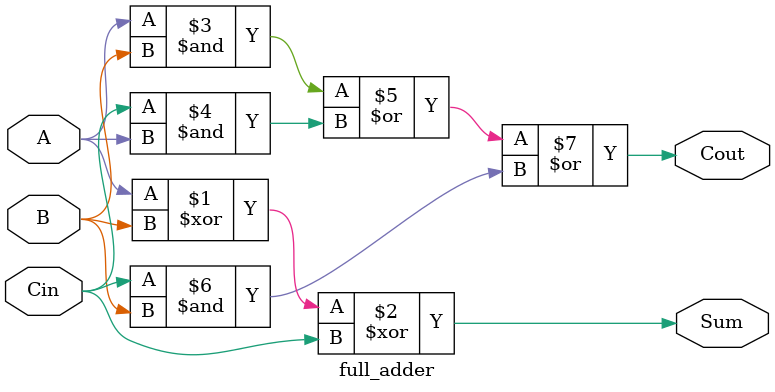
<source format=v>
module full_adder (
    input A, B, Cin,    
    output Sum, Cout   
);


    assign Sum = A ^ B ^ Cin;  
    assign Cout = (A & B) | (Cin & A) | (Cin & B);

endmodule

</source>
